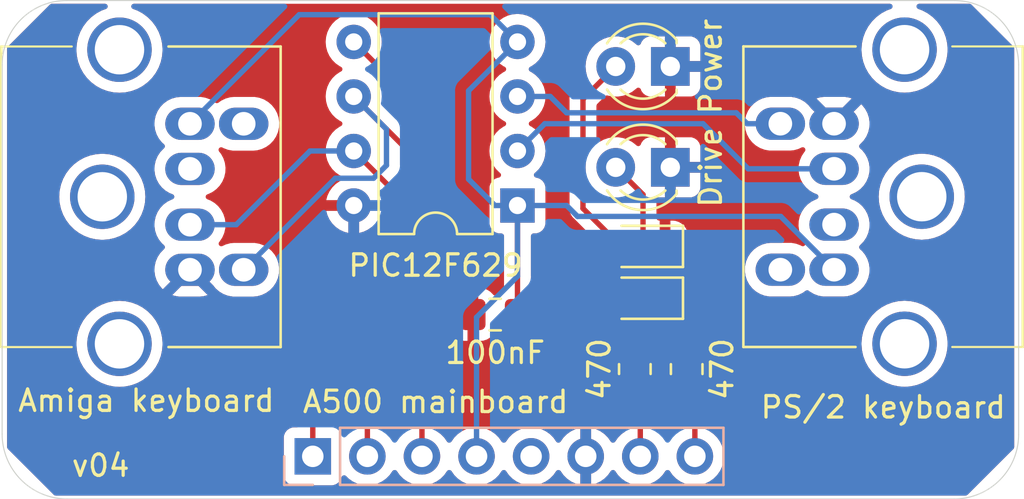
<source format=kicad_pcb>
(kicad_pcb (version 20221018) (generator pcbnew)
  (layers (0 "F.Cu" signal) (31 "B.Cu" signal) (34 "B.Paste" user) (35 "F.Paste" user) (36 "B.SilkS" user "B.Silkscreen") (37 "F.SilkS" user "F.Silkscreen") (38 "B.Mask" user) (39 "F.Mask" user) (44 "Edge.Cuts" user))
  (net 0 "")
  (net 1 "GND")
  (net 2 "Net-(D1-A)")
  (net 3 "Net-(D2-A)")
  (net 4 "amigadat")
  (net 5 "amigaclock")
  (net 6 "kdat")
  (net 8 "led_power")
  (net 9 "led_floppy")
  (net 10 "VCC")
  (net 11 "kclock")
  (net 12 "reset")
  (footprint "own:Mini-DIN-6_PS2-Keyboard-Socket_Connfly_DS1093-01-PN60" (layer "F.Cu") (at 119.38 93.0656 -90)
    (fp_text reference "J11")
    (fp_text value "Amiga keyboard" (at 9.496 2.032) (layer "F.SilkS"))
    (fp_line (start -7 -4.22) (end -7 1) (stroke (width 0.12)) (layer "F.SilkS"))
    (fp_line (start -7 8.78) (end -7 5.5) (stroke (width 0.1)) (layer "F.SilkS"))
    (fp_line (start -7 8.78) (end 7 8.78) (stroke (width 0.12)) (layer "F.SilkS"))
    (fp_line (start 7 -4.22) (end -7 -4.22) (stroke (width 0.12)) (layer "F.SilkS"))
    (fp_line (start 7 1) (end 7 -4.22) (stroke (width 0.12)) (layer "F.SilkS"))
    (fp_line (start 7 8.78) (end 7 5.5) (stroke (width 0.1)) (layer "F.SilkS"))
    (pad "" thru_hole circle (at -6.85 3.28 270) (size 3 3) (drill 2.3) (layers "*.Cu" "*.Mask"))
    (pad "" thru_hole circle (at 0 4.08 270) (size 3 3) (drill 2.3) (layers "*.Cu" "*.Mask"))
    (pad "" thru_hole circle (at 6.85 3.28 270) (size 3 3) (drill 2.3) (layers "*.Cu" "*.Mask"))
    (pad "1" thru_hole oval (at 1.3 0 270) (size 1.5 2.3) (drill 1.1) (layers "*.Cu" "*.Mask") (net 4 "amigadat"))
    (pad "2" thru_hole oval (at -1.3 0 270) (size 1.5 2.3) (drill 1.1) (layers "*.Cu" "*.Mask"))
    (pad "3" thru_hole oval (at 3.4 0 270) (size 1.5 2.3) (drill 1.1) (layers "*.Cu" "*.Mask") (net 1 "GND"))
    (pad "4" thru_hole oval (at -3.4 0 270) (size 1.5 2.3) (drill 1.1) (layers "*.Cu" "*.Mask") (net 10 "VCC"))
    (pad "5" thru_hole oval (at 3.4 -2.5 270) (size 1.5 2.3) (drill 1.1) (layers "*.Cu" "*.Mask") (net 5 "amigaclock"))
    (pad "6" thru_hole oval (at -3.4 -2.5 270) (size 1.5 2.3) (drill 1.1) (layers "*.Cu" "*.Mask"))
  )
  (footprint "LED_THT:LED_D3.0mm" (layer "F.Cu") (at 141.732 91.694 180)
    (fp_text reference "D4")
    (fp_text value "Drive" (at -1.8773 0 90) (layer "F.SilkS"))
    (fp_line (start -0.29 -1.236) (end -0.29 -1.08) (stroke (width 0.12)) (layer "F.SilkS"))
    (fp_line (start -0.29 1.08) (end -0.29 1.236) (stroke (width 0.12)) (layer "F.SilkS"))
    (fp_arc (start -0.29 -1.235516) (mid 1.366487 -1.987659) (end 2.942335 -1.078608) (stroke (width 0.12)) (layer "F.SilkS"))
    (fp_arc (start 0.229039 -1.08) (mid 1.270117 -1.5) (end 2.31113 -1.079837) (stroke (width 0.12)) (layer "F.SilkS"))
    (fp_arc (start 2.31113 1.079837) (mid 1.270117 1.5) (end 0.229039 1.08) (stroke (width 0.12)) (layer "F.SilkS"))
    (fp_arc (start 2.942335 1.078608) (mid 1.366487 1.987659) (end -0.29 1.235516) (stroke (width 0.12)) (layer "F.SilkS"))
    (pad "1" thru_hole rect (at 0 0 180) (size 1.8 1.8) (drill 0.9) (layers "*.Cu" "*.Mask") (net 1 "GND"))
    (pad "2" thru_hole circle (at 2.54 0 180) (size 1.8 1.8) (drill 0.9) (layers "*.Cu" "*.Mask") (net 3 "Net-(D2-A)"))
  )
  (footprint "Resistor_SMD:R_0805_2012Metric_Pad1.20x1.40mm_HandSolder" (layer "F.Cu") (at 142.494 101.092 90)
    (fp_text reference "R2")
    (fp_text value "470" (at 0 1.651 90) (layer "F.SilkS"))
    (fp_line (start -0.227064 -0.735) (end 0.227064 -0.735) (stroke (width 0.12)) (layer "F.SilkS"))
    (fp_line (start -0.227064 0.735) (end 0.227064 0.735) (stroke (width 0.12)) (layer "F.SilkS"))
    (pad "1" smd roundrect (at -1 0 90) (size 1.2 1.4) (layers "F.Cu" "F.Paste" "F.Mask") (roundrect_rratio 0.208333) (net 9 "led_floppy"))
    (pad "2" smd roundrect (at 1 0 90) (size 1.2 1.4) (layers "F.Cu" "F.Paste" "F.Mask") (roundrect_rratio 0.208333) (net 3 "Net-(D2-A)"))
  )
  (footprint "LED_SMD:LED_0805_2012Metric_Pad1.15x1.40mm_HandSolder" (layer "F.Cu") (at 140.462 97.79 180)
    (fp_text reference "D2")
    (fp_text value "Drive 0805")
    (fp_line (start -1.86 -0.96) (end -1.86 0.96) (stroke (width 0.12)) (layer "F.SilkS"))
    (fp_line (start -1.86 0.96) (end 1 0.96) (stroke (width 0.12)) (layer "F.SilkS"))
    (fp_line (start 1 -0.96) (end -1.86 -0.96) (stroke (width 0.12)) (layer "F.SilkS"))
    (pad "1" smd roundrect (at -1.025 0 180) (size 1.15 1.4) (layers "F.Cu" "F.Paste" "F.Mask") (roundrect_rratio 0.217391) (net 1 "GND"))
    (pad "2" smd roundrect (at 1.025 0 180) (size 1.15 1.4) (layers "F.Cu" "F.Paste" "F.Mask") (roundrect_rratio 0.217391) (net 3 "Net-(D2-A)"))
  )
  (footprint "Package_DIP:DIP-8_W7.62mm" (layer "F.Cu") (at 134.62 93.472 180)
    (fp_text reference "U1")
    (fp_text value "PIC12F629" (at 3.81 -2.794) (layer "F.SilkS"))
    (fp_line (start 1.16 -1.33) (end 1.16 8.95) (stroke (width 0.12)) (layer "F.SilkS"))
    (fp_line (start 1.16 8.95) (end 6.46 8.95) (stroke (width 0.12)) (layer "F.SilkS"))
    (fp_line (start 2.81 -1.33) (end 1.16 -1.33) (stroke (width 0.12)) (layer "F.SilkS"))
    (fp_line (start 6.46 -1.33) (end 4.81 -1.33) (stroke (width 0.12)) (layer "F.SilkS"))
    (fp_line (start 6.46 8.95) (end 6.46 -1.33) (stroke (width 0.12)) (layer "F.SilkS"))
    (fp_arc (start 4.81 -1.33) (mid 3.81 -0.33) (end 2.81 -1.33) (stroke (width 0.12)) (layer "F.SilkS"))
    (pad "1" thru_hole rect (at 0 0 180) (size 1.6 1.6) (drill 0.8) (layers "*.Cu" "*.Mask") (net 10 "VCC"))
    (pad "2" thru_hole oval (at 0 2.54 180) (size 1.6 1.6) (drill 0.8) (layers "*.Cu" "*.Mask") (net 6 "kdat"))
    (pad "3" thru_hole oval (at 0 5.08 180) (size 1.6 1.6) (drill 0.8) (layers "*.Cu" "*.Mask") (net 11 "kclock"))
    (pad "4" thru_hole oval (at 0 7.62 180) (size 1.6 1.6) (drill 0.8) (layers "*.Cu" "*.Mask") (net 10 "VCC"))
    (pad "5" thru_hole oval (at 7.62 7.62 180) (size 1.6 1.6) (drill 0.8) (layers "*.Cu" "*.Mask") (net 12 "reset"))
    (pad "6" thru_hole oval (at 7.62 5.08 180) (size 1.6 1.6) (drill 0.8) (layers "*.Cu" "*.Mask") (net 5 "amigaclock"))
    (pad "7" thru_hole oval (at 7.62 2.54 180) (size 1.6 1.6) (drill 0.8) (layers "*.Cu" "*.Mask") (net 4 "amigadat"))
    (pad "8" thru_hole oval (at 7.62 0 180) (size 1.6 1.6) (drill 0.8) (layers "*.Cu" "*.Mask") (net 1 "GND"))
  )
  (footprint "LED_SMD:LED_0805_2012Metric_Pad1.15x1.40mm_HandSolder" (layer "F.Cu") (at 140.462 95.377 180)
    (fp_text reference "D1")
    (fp_text value "Power 0805")
    (fp_line (start -1.86 -0.96) (end -1.86 0.96) (stroke (width 0.12)) (layer "F.SilkS"))
    (fp_line (start -1.86 0.96) (end 1 0.96) (stroke (width 0.12)) (layer "F.SilkS"))
    (fp_line (start 1 -0.96) (end -1.86 -0.96) (stroke (width 0.12)) (layer "F.SilkS"))
    (pad "1" smd roundrect (at -1.025 0 180) (size 1.15 1.4) (layers "F.Cu" "F.Paste" "F.Mask") (roundrect_rratio 0.217391) (net 1 "GND"))
    (pad "2" smd roundrect (at 1.025 0 180) (size 1.15 1.4) (layers "F.Cu" "F.Paste" "F.Mask") (roundrect_rratio 0.217391) (net 2 "Net-(D1-A)"))
  )
  (footprint "own:Mini-DIN-6_PS2-Keyboard-Socket_Connfly_DS1093-01-PN60" (layer "F.Cu") (at 149.352 93.062 90)
    (fp_text reference "J2")
    (fp_text value "PS/2 keyboard" (at -9.808 2.286 180) (layer "F.SilkS"))
    (fp_line (start -7 -4.22) (end -7 1) (stroke (width 0.12)) (layer "F.SilkS"))
    (fp_line (start -7 8.78) (end -7 5.5) (stroke (width 0.1)) (layer "F.SilkS"))
    (fp_line (start -7 8.78) (end 7 8.78) (stroke (width 0.12)) (layer "F.SilkS"))
    (fp_line (start 7 -4.22) (end -7 -4.22) (stroke (width 0.12)) (layer "F.SilkS"))
    (fp_line (start 7 1) (end 7 -4.22) (stroke (width 0.12)) (layer "F.SilkS"))
    (fp_line (start 7 8.78) (end 7 5.5) (stroke (width 0.1)) (layer "F.SilkS"))
    (pad "" thru_hole circle (at -6.85 3.28 90) (size 3 3) (drill 2.3) (layers "*.Cu" "*.Mask"))
    (pad "" thru_hole circle (at 0 4.08 90) (size 3 3) (drill 2.3) (layers "*.Cu" "*.Mask"))
    (pad "" thru_hole circle (at 6.85 3.28 90) (size 3 3) (drill 2.3) (layers "*.Cu" "*.Mask"))
    (pad "1" thru_hole oval (at 1.3 0 90) (size 1.5 2.3) (drill 1.1) (layers "*.Cu" "*.Mask") (net 6 "kdat"))
    (pad "2" thru_hole oval (at -1.3 0 90) (size 1.5 2.3) (drill 1.1) (layers "*.Cu" "*.Mask"))
    (pad "3" thru_hole oval (at 3.4 0 90) (size 1.5 2.3) (drill 1.1) (layers "*.Cu" "*.Mask") (net 1 "GND"))
    (pad "4" thru_hole oval (at -3.4 0 90) (size 1.5 2.3) (drill 1.1) (layers "*.Cu" "*.Mask") (net 10 "VCC"))
    (pad "5" thru_hole oval (at 3.4 -2.5 90) (size 1.5 2.3) (drill 1.1) (layers "*.Cu" "*.Mask") (net 11 "kclock"))
    (pad "6" thru_hole oval (at -3.4 -2.5 90) (size 1.5 2.3) (drill 1.1) (layers "*.Cu" "*.Mask"))
  )
  (footprint "LED_THT:LED_D3.0mm" (layer "F.Cu") (at 141.732 86.995 180)
    (fp_text reference "D3")
    (fp_text value "Power" (at -1.8723 0 90) (layer "F.SilkS"))
    (fp_line (start -0.29 -1.236) (end -0.29 -1.08) (stroke (width 0.12)) (layer "F.SilkS"))
    (fp_line (start -0.29 1.08) (end -0.29 1.236) (stroke (width 0.12)) (layer "F.SilkS"))
    (fp_arc (start -0.29 -1.235516) (mid 1.366487 -1.987659) (end 2.942335 -1.078608) (stroke (width 0.12)) (layer "F.SilkS"))
    (fp_arc (start 0.229039 -1.08) (mid 1.270117 -1.5) (end 2.31113 -1.079837) (stroke (width 0.12)) (layer "F.SilkS"))
    (fp_arc (start 2.31113 1.079837) (mid 1.270117 1.5) (end 0.229039 1.08) (stroke (width 0.12)) (layer "F.SilkS"))
    (fp_arc (start 2.942335 1.078608) (mid 1.366487 1.987659) (end -0.29 1.235516) (stroke (width 0.12)) (layer "F.SilkS"))
    (pad "1" thru_hole rect (at 0 0 180) (size 1.8 1.8) (drill 0.9) (layers "*.Cu" "*.Mask") (net 1 "GND"))
    (pad "2" thru_hole circle (at 2.54 0 180) (size 1.8 1.8) (drill 0.9) (layers "*.Cu" "*.Mask") (net 2 "Net-(D1-A)"))
  )
  (footprint "Capacitor_SMD:C_0805_2012Metric_Pad1.18x1.45mm_HandSolder" (layer "F.Cu") (at 133.5825 98.552 180)
    (fp_text reference "C1")
    (fp_text value "100nF" (at 0 -1.778 180) (layer "F.SilkS"))
    (fp_line (start -0.261252 -0.735) (end 0.261252 -0.735) (stroke (width 0.12)) (layer "F.SilkS"))
    (fp_line (start -0.261252 0.735) (end 0.261252 0.735) (stroke (width 0.12)) (layer "F.SilkS"))
    (pad "1" smd roundrect (at -1.0375 0 180) (size 1.175 1.45) (layers "F.Cu" "F.Paste" "F.Mask") (roundrect_rratio 0.212766) (net 10 "VCC"))
    (pad "2" smd roundrect (at 1.0375 0 180) (size 1.175 1.45) (layers "F.Cu" "F.Paste" "F.Mask") (roundrect_rratio 0.212766) (net 1 "GND"))
  )
  (footprint "Resistor_SMD:R_0805_2012Metric_Pad1.20x1.40mm_HandSolder" (layer "F.Cu") (at 140.081 101.0901 90)
    (fp_text reference "R1")
    (fp_text value "470" (at -0.0019 -1.651 90) (layer "F.SilkS"))
    (fp_line (start -0.227064 -0.735) (end 0.227064 -0.735) (stroke (width 0.12)) (layer "F.SilkS"))
    (fp_line (start -0.227064 0.735) (end 0.227064 0.735) (stroke (width 0.12)) (layer "F.SilkS"))
    (pad "1" smd roundrect (at -1 0 90) (size 1.2 1.4) (layers "F.Cu" "F.Paste" "F.Mask") (roundrect_rratio 0.208333) (net 8 "led_power"))
    (pad "2" smd roundrect (at 1 0 90) (size 1.2 1.4) (layers "F.Cu" "F.Paste" "F.Mask") (roundrect_rratio 0.208333) (net 2 "Net-(D1-A)"))
  )
  (footprint "Connector_PinSocket_2.54mm:PinSocket_1x08_P2.54mm_Vertical" (layer "B.Cu") (at 125.095 105.156 -90)
    (fp_text reference "J12")
    (fp_text value "A500 mainboard" (at -2.54 -5.715) (layer "F.SilkS"))
    (fp_line (start -1.33 -19.11) (end 1.33 -19.11) (stroke (width 0.12)) (layer "B.SilkS"))
    (fp_line (start -1.33 -1.27) (end -1.33 -19.11) (stroke (width 0.12)) (layer "B.SilkS"))
    (fp_line (start -1.33 -1.27) (end 1.33 -1.27) (stroke (width 0.12)) (layer "B.SilkS"))
    (fp_line (start 0 1.33) (end 1.33 1.33) (stroke (width 0.12)) (layer "B.SilkS"))
    (fp_line (start 1.33 -1.27) (end 1.33 -19.11) (stroke (width 0.12)) (layer "B.SilkS"))
    (fp_line (start 1.33 1.33) (end 1.33 0) (stroke (width 0.12)) (layer "B.SilkS"))
    (pad "1" thru_hole rect (at 0 0 270) (size 1.7 1.7) (drill 1) (layers "*.Cu" "*.Mask") (net 4 "amigadat"))
    (pad "2" thru_hole oval (at 0 -2.54 270) (size 1.7 1.7) (drill 1) (layers "*.Cu" "*.Mask") (net 5 "amigaclock"))
    (pad "3" thru_hole oval (at 0 -5.08 270) (size 1.7 1.7) (drill 1) (layers "*.Cu" "*.Mask") (net 12 "reset"))
    (pad "4" thru_hole oval (at 0 -7.62 270) (size 1.7 1.7) (drill 1) (layers "*.Cu" "*.Mask") (net 10 "VCC"))
    (pad "5" thru_hole oval (at 0 -10.16 270) (size 1.7 1.7) (drill 1) (layers "*.Cu" "*.Mask"))
    (pad "6" thru_hole oval (at 0 -12.7 270) (size 1.7 1.7) (drill 1) (layers "*.Cu" "*.Mask") (net 1 "GND"))
    (pad "7" thru_hole oval (at 0 -15.24 270) (size 1.7 1.7) (drill 1) (layers "*.Cu" "*.Mask") (net 8 "led_power"))
    (pad "8" thru_hole oval (at 0 -17.78 270) (size 1.7 1.7) (drill 1) (layers "*.Cu" "*.Mask") (net 9 "led_floppy"))
  )
  (gr_line (start 113.662199 107.14) (end 154.94 107.14) (stroke (width 0.05)) (layer "Edge.Cuts"))
  (gr_arc (start 110.6396 86.9244) (mid 111.51828 84.80308) (end 113.6396 83.9244) (stroke (width 0.05)) (layer "Edge.Cuts"))
  (gr_line (start 157.94 104.14) (end 157.94 86.9188) (stroke (width 0.05)) (layer "Edge.Cuts"))
  (gr_arc (start 154.94 83.9244) (mid 157.06132 84.80308) (end 157.94 86.9244) (stroke (width 0.05)) (layer "Edge.Cuts"))
  (gr_line (start 154.94 83.9244) (end 113.6396 83.9244) (stroke (width 0.05)) (layer "Edge.Cuts"))
  (gr_arc (start 157.94 104.14) (mid 157.06132 106.26132) (end 154.94 107.14) (stroke (width 0.05)) (layer "Edge.Cuts"))
  (gr_line (start 110.6396 86.9188) (end 110.6396 104.1174) (stroke (width 0.05)) (layer "Edge.Cuts"))
  (gr_arc (start 113.662199 107.14) (mid 111.524899 106.254701) (end 110.6396 104.1174) (stroke (width 0.05)) (layer "Edge.Cuts"))
  (gr_text "v04" (at 113.792 106.172) (layer "F.SilkS") (effects (font (size 1 1)) (justify left bottom)))
  (segment (start 137.668 88.519) (end 139.192 86.995) (width 0.25) (layer "F.Cu") (net 2))
  (segment (start 138.176 98.552) (end 139.7141 100.0901) (width 0.25) (layer "F.Cu") (net 2))
  (segment (start 139.437 95.377) (end 137.668 93.608) (width 0.25) (layer "F.Cu") (net 2))
  (segment (start 137.668 93.608) (end 137.668 88.519) (width 0.25) (layer "F.Cu") (net 2))
  (segment (start 139.7141 100.0901) (end 140.081 100.0901) (width 0.25) (layer "F.Cu") (net 2))
  (segment (start 138.176 96.638) (end 138.176 98.552) (width 0.25) (layer "F.Cu") (net 2))
  (segment (start 139.437 95.377) (end 138.176 96.638) (width 0.25) (layer "F.Cu") (net 2))
  (segment (start 140.462 96.765) (end 140.462 92.964) (width 0.25) (layer "F.Cu") (net 3))
  (segment (start 139.437 97.79) (end 139.6955 97.79) (width 0.25) (layer "F.Cu") (net 3))
  (segment (start 141.462 99.06) (end 142.494 100.092) (width 0.25) (layer "F.Cu") (net 3))
  (segment (start 140.462 92.964) (end 139.192 91.694) (width 0.25) (layer "F.Cu") (net 3))
  (segment (start 139.6955 97.79) (end 140.9655 99.06) (width 0.25) (layer "F.Cu") (net 3))
  (segment (start 140.9655 99.06) (end 141.462 99.06) (width 0.25) (layer "F.Cu") (net 3))
  (segment (start 139.437 97.79) (end 140.462 96.765) (width 0.25) (layer "F.Cu") (net 3))
  (segment (start 128.651 99.3775) (end 128.651 92.583) (width 0.25) (layer "F.Cu") (net 4))
  (segment (start 128.651 92.583) (end 127 90.932) (width 0.25) (layer "F.Cu") (net 4))
  (segment (start 125.095 102.9335) (end 128.651 99.3775) (width 0.25) (layer "F.Cu") (net 4))
  (segment (start 125.095 105.156) (end 125.095 102.9335) (width 0.25) (layer "F.Cu") (net 4))
  (segment (start 119.38 94.3656) (end 121.5344 94.3656) (width 0.25) (layer "B.Cu") (net 4))
  (segment (start 124.968 90.932) (end 127 90.932) (width 0.25) (layer "B.Cu") (net 4))
  (segment (start 121.5344 94.3656) (end 124.968 90.932) (width 0.25) (layer "B.Cu") (net 4))
  (segment (start 129.413 90.805) (end 127 88.392) (width 0.25) (layer "F.Cu") (net 5))
  (segment (start 129.413 101.092) (end 129.413 90.805) (width 0.25) (layer "F.Cu") (net 5))
  (segment (start 127.635 105.156) (end 127.635 102.87) (width 0.25) (layer "F.Cu") (net 5))
  (segment (start 127.635 102.87) (end 129.413 101.092) (width 0.25) (layer "F.Cu") (net 5))
  (segment (start 128.524 89.916) (end 127 88.392) (width 0.25) (layer "B.Cu") (net 5))
  (segment (start 128.524 91.600495) (end 128.524 89.916) (width 0.25) (layer "B.Cu") (net 5))
  (segment (start 127.922495 92.202) (end 128.524 91.600495) (width 0.25) (layer "B.Cu") (net 5))
  (segment (start 126.1436 92.202) (end 127.922495 92.202) (width 0.25) (layer "B.Cu") (net 5))
  (segment (start 121.88 96.4656) (end 126.1436 92.202) (width 0.25) (layer "B.Cu") (net 5))
  (segment (start 134.62 90.932) (end 135.89 89.662) (width 0.25) (layer "B.Cu") (net 6))
  (segment (start 145.356 91.762) (end 149.352 91.762) (width 0.25) (layer "B.Cu") (net 6))
  (segment (start 135.89 89.662) (end 143.256 89.662) (width 0.25) (layer "B.Cu") (net 6))
  (segment (start 143.256 89.662) (end 145.356 91.762) (width 0.25) (layer "B.Cu") (net 6))
  (segment (start 140.081 102.0901) (end 140.081 103.378) (width 0.25) (layer "F.Cu") (net 8))
  (segment (start 140.335 103.632) (end 140.335 105.156) (width 0.25) (layer "F.Cu") (net 8))
  (segment (start 140.081 103.378) (end 140.335 103.632) (width 0.25) (layer "F.Cu") (net 8))
  (segment (start 142.494 102.092) (end 142.494 103.3145) (width 0.25) (layer "F.Cu") (net 9))
  (segment (start 142.875 103.6955) (end 142.875 105.156) (width 0.25) (layer "F.Cu") (net 9))
  (segment (start 142.494 103.3145) (end 142.875 103.6955) (width 0.25) (layer "F.Cu") (net 9))
  (segment (start 134.62 93.472) (end 134.62 98.552) (width 0.25) (layer "F.Cu") (net 10))
  (segment (start 119.38 89.6656) (end 124.4636 84.582) (width 0.25) (layer "B.Cu") (net 10))
  (segment (start 137.414 93.98) (end 146.87 93.98) (width 0.25) (layer "B.Cu") (net 10))
  (segment (start 136.906 93.472) (end 137.414 93.98) (width 0.25) (layer "B.Cu") (net 10))
  (segment (start 132.344 92.246) (end 133.57 93.472) (width 0.25) (layer "B.Cu") (net 10))
  (segment (start 134.62 85.852) (end 132.344 88.128) (width 0.25) (layer "B.Cu") (net 10))
  (segment (start 133.57 93.472) (end 134.62 93.472) (width 0.25) (layer "B.Cu") (net 10))
  (segment (start 124.4636 84.582) (end 133.35 84.582) (width 0.25) (layer "B.Cu") (net 10))
  (segment (start 134.62 93.472) (end 136.906 93.472) (width 0.25) (layer "B.Cu") (net 10))
  (segment (start 133.35 84.582) (end 134.62 85.852) (width 0.25) (layer "B.Cu") (net 10))
  (segment (start 134.62 93.472) (end 134.62 96.774) (width 0.25) (layer "B.Cu") (net 10))
  (segment (start 134.62 96.774) (end 132.715 98.679) (width 0.25) (layer "B.Cu") (net 10))
  (segment (start 146.87 93.98) (end 149.352 96.462) (width 0.25) (layer "B.Cu") (net 10))
  (segment (start 132.344 88.128) (end 132.344 92.246) (width 0.25) (layer "B.Cu") (net 10))
  (segment (start 132.715 98.679) (end 132.715 105.156) (width 0.25) (layer "B.Cu") (net 10))
  (segment (start 145.308 89.662) (end 146.852 89.662) (width 0.25) (layer "B.Cu") (net 11))
  (segment (start 144.8 89.154) (end 145.308 89.662) (width 0.25) (layer "B.Cu") (net 11))
  (segment (start 136.144 88.392) (end 136.906 89.154) (width 0.25) (layer "B.Cu") (net 11))
  (segment (start 136.906 89.154) (end 144.8 89.154) (width 0.25) (layer "B.Cu") (net 11))
  (segment (start 134.62 88.392) (end 136.144 88.392) (width 0.25) (layer "B.Cu") (net 11))
  (segment (start 130.175 89.027) (end 130.175 105.156) (width 0.25) (layer "F.Cu") (net 12))
  (segment (start 127 85.852) (end 130.175 89.027) (width 0.25) (layer "F.Cu") (net 12))
  (zone (net 1) (net_name "GND") (layers "F&B.Cu") (connect_pads (clearance 0.5)) (min_thickness 0.25) (fill yes (thermal_gap 0.5) (thermal_bridge_width 0.5))
    (polygon (pts (xy 110.871 86.106) (xy 110.871 104.775) (xy 113.0808 106.9848) (xy 155.5242 106.9848) (xy 157.734 104.775) (xy 157.734 86.106) (xy 155.702 84.074) (xy 112.903 84.074)))
  )
)
</source>
